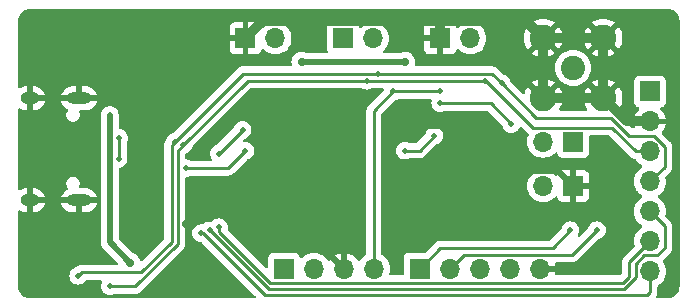
<source format=gbr>
%TF.GenerationSoftware,KiCad,Pcbnew,8.0.6*%
%TF.CreationDate,2025-02-28T22:10:36+01:00*%
%TF.ProjectId,stm8s-target-v1,73746d38-732d-4746-9172-6765742d7631,rev?*%
%TF.SameCoordinates,PX3d09000PY6590fa0*%
%TF.FileFunction,Copper,L2,Bot*%
%TF.FilePolarity,Positive*%
%FSLAX46Y46*%
G04 Gerber Fmt 4.6, Leading zero omitted, Abs format (unit mm)*
G04 Created by KiCad (PCBNEW 8.0.6) date 2025-02-28 22:10:36*
%MOMM*%
%LPD*%
G01*
G04 APERTURE LIST*
%TA.AperFunction,ComponentPad*%
%ADD10R,1.700000X1.700000*%
%TD*%
%TA.AperFunction,ComponentPad*%
%ADD11O,1.700000X1.700000*%
%TD*%
%TA.AperFunction,ComponentPad*%
%ADD12O,2.100000X1.000000*%
%TD*%
%TA.AperFunction,ComponentPad*%
%ADD13O,1.600000X1.000000*%
%TD*%
%TA.AperFunction,ComponentPad*%
%ADD14C,2.050000*%
%TD*%
%TA.AperFunction,ComponentPad*%
%ADD15C,2.250000*%
%TD*%
%TA.AperFunction,ViaPad*%
%ADD16C,0.500000*%
%TD*%
%TA.AperFunction,ViaPad*%
%ADD17C,0.700000*%
%TD*%
%TA.AperFunction,Conductor*%
%ADD18C,0.254000*%
%TD*%
%TA.AperFunction,Conductor*%
%ADD19C,0.818000*%
%TD*%
%TA.AperFunction,Conductor*%
%ADD20C,0.508000*%
%TD*%
G04 APERTURE END LIST*
D10*
%TO.P,J5,1,Pin_1*%
%TO.N,+3V3*%
X23000000Y3000000D03*
D11*
%TO.P,J5,2,Pin_2*%
%TO.N,/SWIM*%
X25540000Y3000000D03*
%TO.P,J5,3,Pin_3*%
%TO.N,GND*%
X28080000Y3000000D03*
%TO.P,J5,4,Pin_4*%
%TO.N,/_RESET*%
X30620000Y3000000D03*
%TD*%
%TO.P,J3,2,Pin_2*%
%TO.N,/RX*%
X30540000Y22500000D03*
D10*
%TO.P,J3,1,Pin_1*%
%TO.N,/TX*%
X28000000Y22500000D03*
%TD*%
%TO.P,J9,1,Pin_1*%
%TO.N,GND*%
X36250000Y22500000D03*
D11*
%TO.P,J9,2,Pin_2*%
%TO.N,Net-(J2-Pin_1)*%
X38790000Y22500000D03*
%TD*%
D10*
%TO.P,J1,1,Pin_1*%
%TO.N,GND*%
X47500000Y10000000D03*
D11*
%TO.P,J1,2,Pin_2*%
%TO.N,/_ISP*%
X44960000Y10000000D03*
%TD*%
D12*
%TO.P,J7,S1,SHIELD*%
%TO.N,GND*%
X5680000Y17430000D03*
D13*
X1500000Y17430000D03*
D12*
X5680000Y8790000D03*
D13*
X1500000Y8790000D03*
%TD*%
D10*
%TO.P,J4,1,Pin_1*%
%TO.N,+3V3*%
X54000000Y18000000D03*
D11*
%TO.P,J4,2,Pin_2*%
%TO.N,GND*%
X54000000Y15460000D03*
%TO.P,J4,3,Pin_3*%
%TO.N,/TX*%
X54000000Y12920000D03*
%TO.P,J4,4,Pin_4*%
%TO.N,/RX*%
X54000000Y10380000D03*
%TO.P,J4,5,Pin_5*%
%TO.N,/_RTS*%
X54000000Y7840000D03*
%TO.P,J4,6,Pin_6*%
%TO.N,/_DTR*%
X54000000Y5300000D03*
%TO.P,J4,7,Pin_7*%
%TO.N,/_CTS*%
X54000000Y2760000D03*
%TD*%
D10*
%TO.P,J2,1,Pin_1*%
%TO.N,Net-(J2-Pin_1)*%
X47500000Y13750000D03*
D11*
%TO.P,J2,2,Pin_2*%
%TO.N,Net-(J2-Pin_2)*%
X44960000Y13750000D03*
%TD*%
D14*
%TO.P,J8,1,In*%
%TO.N,Net-(J2-Pin_1)*%
X47500000Y20000000D03*
D15*
%TO.P,J8,2,Ext*%
%TO.N,GND*%
X44960000Y22540000D03*
X44960000Y17460000D03*
X50040000Y22540000D03*
X50040000Y17460000D03*
%TD*%
D10*
%TO.P,J6,1,Pin_1*%
%TO.N,/GPIO1*%
X34500000Y3000000D03*
D11*
%TO.P,J6,2,Pin_2*%
%TO.N,/GPIO2*%
X37040000Y3000000D03*
%TO.P,J6,3,Pin_3*%
%TO.N,/GPIO3*%
X39580000Y3000000D03*
%TO.P,J6,4,Pin_4*%
%TO.N,/GPIO4*%
X42120000Y3000000D03*
%TO.P,J6,5,Pin_5*%
%TO.N,GND*%
X44660000Y3000000D03*
%TD*%
D10*
%TO.P,J10,1,Pin_1*%
%TO.N,GND*%
X19750000Y22500000D03*
D11*
%TO.P,J10,2,Pin_2*%
%TO.N,Net-(D8-K)*%
X22290000Y22500000D03*
%TD*%
D16*
%TO.N,GND*%
X19250000Y9250000D03*
X39750000Y8250000D03*
X33500000Y14500000D03*
%TO.N,/RX*%
X31000000Y19500000D03*
%TO.N,/TX*%
X30000000Y18923000D03*
D17*
%TO.N,+3V3*%
X33250000Y20500000D03*
%TO.N,GND*%
X15250000Y20500000D03*
D16*
%TO.N,/_DTR*%
X19500000Y14750000D03*
D17*
%TO.N,GND*%
X14750000Y6750000D03*
D16*
X36500000Y15000000D03*
D17*
X24000000Y9750000D03*
D16*
%TO.N,+5V*%
X8250000Y16000000D03*
D17*
X10000000Y3500000D03*
D16*
X8250000Y10750000D03*
D17*
%TO.N,+3V3*%
X24500000Y20500000D03*
D16*
%TO.N,/TX*%
X14500000Y13500000D03*
X8250000Y1500000D03*
X40000000Y18923000D03*
%TO.N,/RX*%
X13750000Y13750000D03*
X5600000Y2400000D03*
X41437500Y18687500D03*
%TO.N,/_DTR*%
X17500000Y6500000D03*
X17500000Y12750000D03*
%TO.N,/_RTS*%
X14750000Y11500000D03*
X19750000Y13000000D03*
X16750000Y6250000D03*
%TO.N,/_CTS*%
X16000000Y6000000D03*
%TO.N,/_ISP*%
X33250000Y13000000D03*
X35750000Y14250000D03*
%TO.N,/_RESET*%
X36250000Y18000000D03*
X32250000Y18000000D03*
%TO.N,/Dp*%
X9050000Y14050000D03*
X9000000Y12300000D03*
%TO.N,Net-(J2-Pin_1)*%
X36250000Y17000000D03*
X42250000Y15250000D03*
%TO.N,/GPIO1*%
X47250000Y6250000D03*
%TO.N,/GPIO2*%
X49500000Y6250000D03*
%TD*%
D18*
%TO.N,GND*%
X33500000Y14500000D02*
X34000000Y15000000D01*
X34000000Y15000000D02*
X36500000Y15000000D01*
%TO.N,/RX*%
X31000000Y19500000D02*
X40625000Y19500000D01*
%TO.N,/TX*%
X30000000Y18923000D02*
X34750000Y18923000D01*
D19*
%TO.N,GND*%
X36250000Y23999000D02*
X21249000Y23999000D01*
X43501000Y23999000D02*
X36250000Y23999000D01*
X36250000Y23999000D02*
X36250000Y22500000D01*
X44960000Y22540000D02*
X43501000Y23999000D01*
X21249000Y23999000D02*
X19750000Y22500000D01*
D20*
X15250000Y20500000D02*
X15500000Y20500000D01*
X15500000Y20500000D02*
X17500000Y22500000D01*
X17500000Y22500000D02*
X19750000Y22500000D01*
X1500000Y8790000D02*
X5680000Y8790000D01*
X1500000Y17430000D02*
X1500000Y8790000D01*
X24000000Y7080000D02*
X28080000Y3000000D01*
D19*
X44960000Y17460000D02*
X44960000Y22540000D01*
D20*
X24000000Y7580000D02*
X24000000Y9750000D01*
D19*
X52040000Y15460000D02*
X54000000Y15460000D01*
D20*
X46196000Y11304000D02*
X47500000Y10000000D01*
X24000000Y7580000D02*
X24000000Y7080000D01*
D19*
X50040000Y22540000D02*
X44960000Y22540000D01*
X50040000Y22540000D02*
X50040000Y17460000D01*
X50040000Y17460000D02*
X52040000Y15460000D01*
D20*
X6710000Y8790000D02*
X5680000Y8790000D01*
X14750000Y6750000D02*
X15580000Y7580000D01*
X5680000Y17430000D02*
X1500000Y17430000D01*
X40196000Y11304000D02*
X46196000Y11304000D01*
X36500000Y15000000D02*
X40196000Y11304000D01*
D19*
X50040000Y17460000D02*
X44960000Y17460000D01*
D20*
X15580000Y7580000D02*
X24000000Y7580000D01*
%TO.N,+5V*%
X8250000Y10750000D02*
X8250000Y5250000D01*
X8250000Y16000000D02*
X8250000Y10750000D01*
X8250000Y5250000D02*
X10000000Y3500000D01*
%TO.N,+3V3*%
X24500000Y20500000D02*
X33250000Y20500000D01*
D18*
%TO.N,/TX*%
X14000000Y5100000D02*
X14000000Y13000000D01*
X40000000Y18923000D02*
X40077000Y18923000D01*
X50790919Y14927000D02*
X52797919Y12920000D01*
X14500000Y13500000D02*
X19923000Y18923000D01*
X40077000Y18923000D02*
X44073000Y14927000D01*
X8250000Y1500000D02*
X10400000Y1500000D01*
X34750000Y18923000D02*
X40000000Y18923000D01*
X44073000Y14927000D02*
X50790919Y14927000D01*
X19923000Y18923000D02*
X30000000Y18923000D01*
X10400000Y1500000D02*
X14000000Y5100000D01*
X14000000Y13000000D02*
X14500000Y13500000D01*
X52797919Y12920000D02*
X54000000Y12920000D01*
%TO.N,/RX*%
X40625000Y19500000D02*
X41437500Y18687500D01*
X5600000Y2400000D02*
X5877000Y2677000D01*
X10934948Y2677000D02*
X13500000Y5242052D01*
X41437500Y18687500D02*
X44375000Y15750000D01*
X55250000Y13334530D02*
X55250000Y11630000D01*
X54130000Y10380000D02*
X54000000Y10380000D01*
X13500000Y13500000D02*
X13750000Y13750000D01*
X13500000Y5242052D02*
X13500000Y13500000D01*
X44375000Y15750000D02*
X50709138Y15750000D01*
X5877000Y2677000D02*
X10934948Y2677000D01*
X19500000Y19500000D02*
X31000000Y19500000D01*
X13750000Y13750000D02*
X19500000Y19500000D01*
X52209138Y14250000D02*
X54334530Y14250000D01*
X54334530Y14250000D02*
X55250000Y13334530D01*
X50709138Y15750000D02*
X52209138Y14250000D01*
X55250000Y11630000D02*
X54000000Y10380000D01*
%TO.N,/_DTR*%
X51750001Y1823000D02*
X52250000Y2322999D01*
X52250000Y3550000D02*
X54000000Y5300000D01*
X17500000Y6146000D02*
X17500000Y6500000D01*
X21823000Y1823000D02*
X17500000Y6146000D01*
X22427000Y1823000D02*
X51750001Y1823000D01*
X22427000Y1823000D02*
X21823000Y1823000D01*
X52250000Y2322999D02*
X52250000Y3550000D01*
X17500000Y12750000D02*
X19500000Y14750000D01*
%TO.N,/_RTS*%
X21753947Y1250000D02*
X16753947Y6250000D01*
X52823000Y2253947D02*
X52823000Y3433530D01*
X16753947Y6250000D02*
X16750000Y6250000D01*
X53512470Y4123000D02*
X54623000Y4123000D01*
X18250000Y11500000D02*
X14750000Y11500000D01*
X54623000Y4123000D02*
X55250000Y4750000D01*
X22250000Y1250000D02*
X51819053Y1250000D01*
X51819053Y1250000D02*
X52823000Y2253947D01*
X55250000Y6590000D02*
X54000000Y7840000D01*
X19750000Y13000000D02*
X18250000Y11500000D01*
X55250000Y4750000D02*
X55250000Y6590000D01*
X52823000Y3433530D02*
X53512470Y4123000D01*
X22250000Y1250000D02*
X21753947Y1250000D01*
%TO.N,/_CTS*%
X21933998Y750000D02*
X21433998Y750000D01*
X53750000Y750000D02*
X54000000Y1000000D01*
X54000000Y1000000D02*
X54000000Y2760000D01*
X16183998Y6000000D02*
X16000000Y6000000D01*
X21933998Y750000D02*
X53750000Y750000D01*
X21433998Y750000D02*
X16183998Y6000000D01*
%TO.N,/_ISP*%
X34500000Y13000000D02*
X33250000Y13000000D01*
X35750000Y14250000D02*
X34500000Y13000000D01*
%TO.N,/_RESET*%
X32250000Y18000000D02*
X30620000Y16370000D01*
X36250000Y18000000D02*
X32250000Y18000000D01*
X30620000Y16370000D02*
X30620000Y3000000D01*
%TO.N,/Dp*%
X9050000Y12350000D02*
X9000000Y12300000D01*
X9050000Y14050000D02*
X9050000Y12350000D01*
%TO.N,Net-(J2-Pin_1)*%
X40500000Y17000000D02*
X36250000Y17000000D01*
X42250000Y15250000D02*
X40500000Y17000000D01*
%TO.N,/GPIO1*%
X45750000Y4750000D02*
X47250000Y6250000D01*
X36250000Y4750000D02*
X45750000Y4750000D01*
X34500000Y3000000D02*
X36250000Y4750000D01*
%TO.N,/GPIO2*%
X47427000Y4177000D02*
X49500000Y6250000D01*
X38217000Y4177000D02*
X47427000Y4177000D01*
X37040000Y3000000D02*
X38217000Y4177000D01*
%TD*%
%TA.AperFunction,Conductor*%
%TO.N,GND*%
G36*
X55505394Y24999028D02*
G01*
X55535721Y24996375D01*
X55662755Y24985261D01*
X55684035Y24981509D01*
X55801188Y24950118D01*
X55831369Y24942031D01*
X55851681Y24934638D01*
X55989915Y24870178D01*
X56008633Y24859371D01*
X56133582Y24771881D01*
X56150140Y24757987D01*
X56257986Y24650141D01*
X56271880Y24633583D01*
X56359370Y24508634D01*
X56370177Y24489916D01*
X56434637Y24351682D01*
X56442030Y24331370D01*
X56481507Y24184039D01*
X56485260Y24162754D01*
X56499028Y24005395D01*
X56499500Y23994587D01*
X56499500Y1505414D01*
X56499028Y1494606D01*
X56485260Y1337247D01*
X56481507Y1315962D01*
X56442030Y1168631D01*
X56434637Y1148319D01*
X56370177Y1010085D01*
X56359370Y991367D01*
X56271880Y866418D01*
X56257986Y849860D01*
X56150140Y742014D01*
X56133582Y728120D01*
X56008633Y640630D01*
X55989915Y629823D01*
X55851681Y565363D01*
X55831369Y557970D01*
X55684038Y518493D01*
X55662753Y514740D01*
X55505395Y500972D01*
X55494587Y500500D01*
X54652921Y500500D01*
X54585882Y520185D01*
X54540127Y572989D01*
X54530183Y642147D01*
X54549818Y693390D01*
X54556080Y702763D01*
X54556083Y702767D01*
X54603385Y816965D01*
X54627500Y938196D01*
X54627500Y1061803D01*
X54627500Y1486174D01*
X54647185Y1553213D01*
X54680375Y1587748D01*
X54871401Y1721505D01*
X55038495Y1888599D01*
X55174035Y2082170D01*
X55273903Y2296337D01*
X55335063Y2524592D01*
X55355659Y2760000D01*
X55355553Y2761206D01*
X55350192Y2822489D01*
X55335063Y2995408D01*
X55273903Y3223663D01*
X55174035Y3437829D01*
X55090070Y3557744D01*
X55067744Y3623947D01*
X55084754Y3691715D01*
X55103972Y3716553D01*
X55110418Y3722998D01*
X55737406Y4349987D01*
X55737411Y4349992D01*
X55744121Y4360034D01*
X55762018Y4386819D01*
X55806083Y4452767D01*
X55819937Y4486216D01*
X55853386Y4566965D01*
X55877500Y4688197D01*
X55877500Y4811803D01*
X55877500Y6651803D01*
X55875783Y6660434D01*
X55875783Y6660437D01*
X55853387Y6773029D01*
X55853386Y6773035D01*
X55819937Y6853785D01*
X55806083Y6887233D01*
X55737414Y6990004D01*
X55737413Y6990006D01*
X55699579Y7027840D01*
X55650008Y7077411D01*
X55340835Y7386584D01*
X55307350Y7447907D01*
X55308741Y7506359D01*
X55335063Y7604592D01*
X55355659Y7840000D01*
X55335063Y8075408D01*
X55273903Y8303663D01*
X55174035Y8517829D01*
X55081489Y8650000D01*
X55038494Y8711403D01*
X54871402Y8878494D01*
X54871396Y8878499D01*
X54685842Y9008425D01*
X54642217Y9063002D01*
X54635023Y9132500D01*
X54666546Y9194855D01*
X54685842Y9211575D01*
X54760244Y9263672D01*
X54871401Y9341505D01*
X55038495Y9508599D01*
X55174035Y9702170D01*
X55273903Y9916337D01*
X55335063Y10144592D01*
X55355659Y10380000D01*
X55335063Y10615408D01*
X55308741Y10713643D01*
X55310404Y10783492D01*
X55340835Y10833417D01*
X55520005Y11012586D01*
X55737411Y11229992D01*
X55752136Y11252031D01*
X55795523Y11316962D01*
X55795524Y11316964D01*
X55806080Y11332763D01*
X55806083Y11332767D01*
X55840352Y11415500D01*
X55853386Y11446965D01*
X55877500Y11568197D01*
X55877500Y11691803D01*
X55877500Y13396333D01*
X55877500Y13396336D01*
X55853386Y13517560D01*
X55853385Y13517561D01*
X55853385Y13517565D01*
X55831855Y13569544D01*
X55806086Y13631757D01*
X55806079Y13631770D01*
X55737412Y13734537D01*
X55710341Y13761608D01*
X55650008Y13821941D01*
X55047697Y14424252D01*
X55014212Y14485575D01*
X55019196Y14555267D01*
X55035874Y14583878D01*
X55035004Y14584487D01*
X55173600Y14782422D01*
X55273429Y14996508D01*
X55273432Y14996514D01*
X55330636Y15210000D01*
X54433012Y15210000D01*
X54465925Y15267007D01*
X54500000Y15394174D01*
X54500000Y15525826D01*
X54465925Y15652993D01*
X54433012Y15710000D01*
X55330636Y15710000D01*
X55330635Y15710001D01*
X55273432Y15923487D01*
X55273429Y15923493D01*
X55173600Y16137578D01*
X55173599Y16137580D01*
X55038113Y16331074D01*
X55038108Y16331080D01*
X54916053Y16453135D01*
X54882568Y16514458D01*
X54887552Y16584150D01*
X54929424Y16640083D01*
X54960400Y16656998D01*
X55092331Y16706204D01*
X55207546Y16792454D01*
X55293796Y16907669D01*
X55344091Y17042517D01*
X55350500Y17102127D01*
X55350499Y18897872D01*
X55344091Y18957483D01*
X55293796Y19092331D01*
X55293795Y19092332D01*
X55293793Y19092336D01*
X55207547Y19207545D01*
X55207544Y19207548D01*
X55092335Y19293794D01*
X55092328Y19293798D01*
X54957482Y19344092D01*
X54957483Y19344092D01*
X54897883Y19350499D01*
X54897881Y19350500D01*
X54897873Y19350500D01*
X54897864Y19350500D01*
X53102129Y19350500D01*
X53102123Y19350499D01*
X53042516Y19344092D01*
X52907671Y19293798D01*
X52907664Y19293794D01*
X52792455Y19207548D01*
X52792452Y19207545D01*
X52706206Y19092336D01*
X52706202Y19092329D01*
X52655908Y18957483D01*
X52651661Y18917974D01*
X52649501Y18897877D01*
X52649500Y18897865D01*
X52649500Y17102130D01*
X52649501Y17102124D01*
X52655908Y17042517D01*
X52706202Y16907672D01*
X52706206Y16907665D01*
X52792452Y16792456D01*
X52792455Y16792453D01*
X52907664Y16706207D01*
X52907671Y16706203D01*
X52907674Y16706202D01*
X53039598Y16656998D01*
X53095531Y16615127D01*
X53119949Y16549663D01*
X53105098Y16481390D01*
X53083947Y16453135D01*
X52961886Y16331074D01*
X52826400Y16137580D01*
X52826399Y16137578D01*
X52726570Y15923493D01*
X52726567Y15923487D01*
X52669364Y15710001D01*
X52669364Y15710000D01*
X53566988Y15710000D01*
X53534075Y15652993D01*
X53500000Y15525826D01*
X53500000Y15394174D01*
X53534075Y15267007D01*
X53566988Y15210000D01*
X52669364Y15210000D01*
X52716632Y15033594D01*
X52714969Y14963744D01*
X52675807Y14905881D01*
X52611578Y14878377D01*
X52596857Y14877500D01*
X52520419Y14877500D01*
X52453380Y14897185D01*
X52432738Y14913819D01*
X51109149Y16237409D01*
X51109144Y16237413D01*
X51069822Y16263686D01*
X51069821Y16263687D01*
X51006376Y16306080D01*
X51006364Y16306087D01*
X50954208Y16327690D01*
X50892173Y16353386D01*
X50892165Y16353388D01*
X50805342Y16370658D01*
X50743431Y16403042D01*
X50741852Y16404594D01*
X50440561Y16705885D01*
X50442626Y16706740D01*
X50581844Y16799762D01*
X50700238Y16918156D01*
X50793260Y17057374D01*
X50794114Y17059439D01*
X51355464Y16498089D01*
X51355466Y16498089D01*
X51358713Y16501890D01*
X51358724Y16501905D01*
X51492363Y16719985D01*
X51492365Y16719988D01*
X51590247Y16956298D01*
X51649957Y17205011D01*
X51670024Y17460000D01*
X51649957Y17714990D01*
X51590247Y17963703D01*
X51492365Y18200013D01*
X51492363Y18200016D01*
X51358719Y18418103D01*
X51355465Y18421913D01*
X50794114Y17860563D01*
X50793260Y17862626D01*
X50700238Y18001844D01*
X50581844Y18120238D01*
X50442626Y18213260D01*
X50440561Y18214116D01*
X51001912Y18775467D01*
X50998107Y18778716D01*
X50998098Y18778723D01*
X50780015Y18912364D01*
X50780012Y18912366D01*
X50543702Y19010248D01*
X50294988Y19069958D01*
X50294989Y19069958D01*
X50040000Y19090025D01*
X49785010Y19069958D01*
X49536297Y19010248D01*
X49299987Y18912366D01*
X49299984Y18912364D01*
X49081893Y18778718D01*
X49078086Y18775468D01*
X49639438Y18214116D01*
X49637374Y18213260D01*
X49498156Y18120238D01*
X49379762Y18001844D01*
X49286740Y17862626D01*
X49285884Y17860562D01*
X48724532Y18421914D01*
X48721282Y18418107D01*
X48587636Y18200016D01*
X48587634Y18200013D01*
X48489752Y17963703D01*
X48430042Y17714990D01*
X48409975Y17460000D01*
X48430042Y17205011D01*
X48489752Y16956298D01*
X48587634Y16719988D01*
X48587636Y16719985D01*
X48681820Y16566290D01*
X48700065Y16498844D01*
X48678949Y16432241D01*
X48625177Y16387628D01*
X48576093Y16377500D01*
X46423907Y16377500D01*
X46356868Y16397185D01*
X46311113Y16449989D01*
X46301169Y16519147D01*
X46318180Y16566290D01*
X46412363Y16719985D01*
X46412365Y16719988D01*
X46510247Y16956298D01*
X46569957Y17205011D01*
X46590024Y17460000D01*
X46569957Y17714990D01*
X46510247Y17963703D01*
X46412365Y18200013D01*
X46412363Y18200016D01*
X46278719Y18418103D01*
X46275465Y18421913D01*
X45714114Y17860563D01*
X45713260Y17862626D01*
X45620238Y18001844D01*
X45501844Y18120238D01*
X45362626Y18213260D01*
X45360561Y18214116D01*
X45921912Y18775467D01*
X45918107Y18778716D01*
X45918098Y18778723D01*
X45700015Y18912364D01*
X45700012Y18912366D01*
X45463702Y19010248D01*
X45214988Y19069958D01*
X45214989Y19069958D01*
X44960000Y19090025D01*
X44705010Y19069958D01*
X44456297Y19010248D01*
X44219987Y18912366D01*
X44219984Y18912364D01*
X44001893Y18778718D01*
X43998086Y18775468D01*
X44559438Y18214116D01*
X44557374Y18213260D01*
X44418156Y18120238D01*
X44299762Y18001844D01*
X44206740Y17862626D01*
X44205884Y17860562D01*
X43644532Y18421914D01*
X43641282Y18418107D01*
X43507636Y18200016D01*
X43507634Y18200013D01*
X43409753Y17963704D01*
X43391545Y17887862D01*
X43356754Y17827270D01*
X43294727Y17795107D01*
X43225158Y17801583D01*
X43183290Y17829129D01*
X42202951Y18809468D01*
X42173590Y18856195D01*
X42159009Y18897865D01*
X42117956Y19015190D01*
X42117955Y19015192D01*
X42117952Y19015198D01*
X42027981Y19158385D01*
X42027976Y19158391D01*
X41908390Y19277977D01*
X41908384Y19277982D01*
X41765197Y19367953D01*
X41765191Y19367956D01*
X41696087Y19392136D01*
X41606193Y19423592D01*
X41559468Y19452951D01*
X41025013Y19987407D01*
X41025007Y19987412D01*
X41006166Y20000001D01*
X41006165Y20000002D01*
X45969783Y20000002D01*
X45988623Y19760618D01*
X46044674Y19527147D01*
X46044678Y19527135D01*
X46136565Y19305298D01*
X46262026Y19100564D01*
X46262028Y19100561D01*
X46417973Y18917973D01*
X46600561Y18762028D01*
X46600563Y18762027D01*
X46805297Y18636566D01*
X46902047Y18596492D01*
X47027137Y18544677D01*
X47260621Y18488623D01*
X47500000Y18469783D01*
X47739379Y18488623D01*
X47972863Y18544677D01*
X48194704Y18636567D01*
X48399439Y18762028D01*
X48582027Y18917973D01*
X48737972Y19100561D01*
X48863433Y19305296D01*
X48955323Y19527137D01*
X49011377Y19760621D01*
X49030217Y20000000D01*
X49011377Y20239379D01*
X48955323Y20472863D01*
X48870434Y20677803D01*
X48863434Y20694703D01*
X48737973Y20899437D01*
X48737972Y20899439D01*
X48582027Y21082027D01*
X48399439Y21237972D01*
X48395131Y21240612D01*
X48194702Y21363435D01*
X47972865Y21455322D01*
X47972867Y21455322D01*
X47972863Y21455323D01*
X47972859Y21455324D01*
X47972853Y21455326D01*
X47739382Y21511377D01*
X47500000Y21530217D01*
X47260617Y21511377D01*
X47027146Y21455326D01*
X47027134Y21455322D01*
X46805297Y21363435D01*
X46600563Y21237974D01*
X46417973Y21082027D01*
X46262026Y20899437D01*
X46136565Y20694703D01*
X46044678Y20472866D01*
X46044674Y20472854D01*
X45988623Y20239383D01*
X45969783Y20000002D01*
X41006165Y20000002D01*
X40922239Y20056080D01*
X40922226Y20056087D01*
X40888785Y20069938D01*
X40808035Y20103386D01*
X40808027Y20103388D01*
X40686807Y20127500D01*
X40686803Y20127500D01*
X34193907Y20127500D01*
X34126868Y20147185D01*
X34081113Y20199989D01*
X34071169Y20269147D01*
X34075974Y20289812D01*
X34086497Y20322197D01*
X34105185Y20500000D01*
X34086497Y20677803D01*
X34031250Y20847835D01*
X33941859Y21002665D01*
X33870401Y21082027D01*
X33822235Y21135522D01*
X33822232Y21135524D01*
X33822231Y21135525D01*
X33822230Y21135526D01*
X33677593Y21240612D01*
X33514267Y21313329D01*
X33514265Y21313330D01*
X33386594Y21340467D01*
X33339391Y21350500D01*
X33160609Y21350500D01*
X33129954Y21343985D01*
X32985733Y21313330D01*
X32877678Y21265220D01*
X32827243Y21254500D01*
X31503758Y21254500D01*
X31436719Y21274185D01*
X31390964Y21326989D01*
X31381020Y21396147D01*
X31410045Y21459703D01*
X31416077Y21466181D01*
X31492524Y21542628D01*
X31578495Y21628599D01*
X31714035Y21822170D01*
X31813903Y22036337D01*
X31875063Y22264592D01*
X31895659Y22500000D01*
X31875063Y22735408D01*
X31813903Y22963663D01*
X31714035Y23177829D01*
X31698345Y23200238D01*
X31578494Y23371403D01*
X31552052Y23397845D01*
X34900000Y23397845D01*
X34900000Y22750000D01*
X35816988Y22750000D01*
X35784075Y22692993D01*
X35750000Y22565826D01*
X35750000Y22434174D01*
X35784075Y22307007D01*
X35816988Y22250000D01*
X34900000Y22250000D01*
X34900000Y21602156D01*
X34906401Y21542628D01*
X34906403Y21542621D01*
X34956645Y21407914D01*
X34956649Y21407907D01*
X35042809Y21292813D01*
X35042812Y21292810D01*
X35157906Y21206650D01*
X35157913Y21206646D01*
X35292620Y21156404D01*
X35292627Y21156402D01*
X35352155Y21150001D01*
X35352172Y21150000D01*
X36000000Y21150000D01*
X36000000Y22066988D01*
X36057007Y22034075D01*
X36184174Y22000000D01*
X36315826Y22000000D01*
X36442993Y22034075D01*
X36500000Y22066988D01*
X36500000Y21150000D01*
X37147828Y21150000D01*
X37147844Y21150001D01*
X37207372Y21156402D01*
X37207379Y21156404D01*
X37342086Y21206646D01*
X37342093Y21206650D01*
X37457187Y21292810D01*
X37457190Y21292813D01*
X37543350Y21407907D01*
X37543354Y21407914D01*
X37592422Y21539471D01*
X37634293Y21595405D01*
X37699757Y21619822D01*
X37768030Y21604970D01*
X37796285Y21583819D01*
X37918599Y21461505D01*
X37995135Y21407914D01*
X38112165Y21325968D01*
X38112167Y21325967D01*
X38112170Y21325965D01*
X38326337Y21226097D01*
X38326343Y21226096D01*
X38326344Y21226095D01*
X38344329Y21221276D01*
X38554592Y21164937D01*
X38725319Y21150000D01*
X38789999Y21144341D01*
X38790000Y21144341D01*
X38790001Y21144341D01*
X38854681Y21150000D01*
X39025408Y21164937D01*
X39253663Y21226097D01*
X39467830Y21325965D01*
X39661401Y21461505D01*
X39828495Y21628599D01*
X39964035Y21822170D01*
X40063903Y22036337D01*
X40125063Y22264592D01*
X40145659Y22500000D01*
X40142159Y22540000D01*
X43329975Y22540000D01*
X43350042Y22285011D01*
X43409752Y22036298D01*
X43507634Y21799988D01*
X43507636Y21799985D01*
X43641277Y21581902D01*
X43641284Y21581893D01*
X43644533Y21578088D01*
X44205884Y22139440D01*
X44206740Y22137374D01*
X44299762Y21998156D01*
X44418156Y21879762D01*
X44557374Y21786740D01*
X44559437Y21785886D01*
X43998087Y21224535D01*
X44001897Y21221281D01*
X44219984Y21087637D01*
X44219987Y21087635D01*
X44456297Y20989753D01*
X44705011Y20930043D01*
X44705010Y20930043D01*
X44960000Y20909976D01*
X45214989Y20930043D01*
X45463702Y20989753D01*
X45700012Y21087635D01*
X45700015Y21087637D01*
X45918095Y21221276D01*
X45918110Y21221287D01*
X45921911Y21224534D01*
X45921911Y21224536D01*
X45360562Y21785886D01*
X45362626Y21786740D01*
X45501844Y21879762D01*
X45620238Y21998156D01*
X45713260Y22137374D01*
X45714114Y22139439D01*
X46275464Y21578089D01*
X46275466Y21578089D01*
X46278713Y21581890D01*
X46278724Y21581905D01*
X46412363Y21799985D01*
X46412365Y21799988D01*
X46510247Y22036298D01*
X46569957Y22285011D01*
X46590024Y22540000D01*
X48409975Y22540000D01*
X48430042Y22285011D01*
X48489752Y22036298D01*
X48587634Y21799988D01*
X48587636Y21799985D01*
X48721277Y21581902D01*
X48721284Y21581893D01*
X48724533Y21578088D01*
X49285884Y22139440D01*
X49286740Y22137374D01*
X49379762Y21998156D01*
X49498156Y21879762D01*
X49637374Y21786740D01*
X49639437Y21785886D01*
X49078087Y21224535D01*
X49081897Y21221281D01*
X49299984Y21087637D01*
X49299987Y21087635D01*
X49536297Y20989753D01*
X49785011Y20930043D01*
X49785010Y20930043D01*
X50040000Y20909976D01*
X50294989Y20930043D01*
X50543702Y20989753D01*
X50780012Y21087635D01*
X50780015Y21087637D01*
X50998095Y21221276D01*
X50998110Y21221287D01*
X51001911Y21224534D01*
X51001911Y21224536D01*
X50440562Y21785886D01*
X50442626Y21786740D01*
X50581844Y21879762D01*
X50700238Y21998156D01*
X50793260Y22137374D01*
X50794114Y22139439D01*
X51355464Y21578089D01*
X51355466Y21578089D01*
X51358713Y21581890D01*
X51358724Y21581905D01*
X51492363Y21799985D01*
X51492365Y21799988D01*
X51590247Y22036298D01*
X51649957Y22285011D01*
X51670024Y22540000D01*
X51649957Y22794990D01*
X51590247Y23043703D01*
X51492365Y23280013D01*
X51492363Y23280016D01*
X51358719Y23498103D01*
X51355465Y23501913D01*
X50794114Y22940563D01*
X50793260Y22942626D01*
X50700238Y23081844D01*
X50581844Y23200238D01*
X50442626Y23293260D01*
X50440561Y23294116D01*
X51001912Y23855467D01*
X50998107Y23858716D01*
X50998098Y23858723D01*
X50780015Y23992364D01*
X50780012Y23992366D01*
X50543702Y24090248D01*
X50294988Y24149958D01*
X50294989Y24149958D01*
X50040000Y24170025D01*
X49785010Y24149958D01*
X49536297Y24090248D01*
X49299987Y23992366D01*
X49299984Y23992364D01*
X49081893Y23858718D01*
X49078086Y23855468D01*
X49639438Y23294116D01*
X49637374Y23293260D01*
X49498156Y23200238D01*
X49379762Y23081844D01*
X49286740Y22942626D01*
X49285884Y22940562D01*
X48724532Y23501914D01*
X48721282Y23498107D01*
X48587636Y23280016D01*
X48587634Y23280013D01*
X48489752Y23043703D01*
X48430042Y22794990D01*
X48409975Y22540000D01*
X46590024Y22540000D01*
X46569957Y22794990D01*
X46510247Y23043703D01*
X46412365Y23280013D01*
X46412363Y23280016D01*
X46278719Y23498103D01*
X46275465Y23501913D01*
X45714114Y22940563D01*
X45713260Y22942626D01*
X45620238Y23081844D01*
X45501844Y23200238D01*
X45362626Y23293260D01*
X45360561Y23294116D01*
X45921912Y23855467D01*
X45918107Y23858716D01*
X45918098Y23858723D01*
X45700015Y23992364D01*
X45700012Y23992366D01*
X45463702Y24090248D01*
X45214988Y24149958D01*
X45214989Y24149958D01*
X44960000Y24170025D01*
X44705010Y24149958D01*
X44456297Y24090248D01*
X44219987Y23992366D01*
X44219984Y23992364D01*
X44001893Y23858718D01*
X43998086Y23855468D01*
X44559438Y23294116D01*
X44557374Y23293260D01*
X44418156Y23200238D01*
X44299762Y23081844D01*
X44206740Y22942626D01*
X44205884Y22940562D01*
X43644532Y23501914D01*
X43641282Y23498107D01*
X43507636Y23280016D01*
X43507634Y23280013D01*
X43409752Y23043703D01*
X43350042Y22794990D01*
X43329975Y22540000D01*
X40142159Y22540000D01*
X40125063Y22735408D01*
X40063903Y22963663D01*
X39964035Y23177829D01*
X39948345Y23200238D01*
X39828494Y23371403D01*
X39661402Y23538494D01*
X39661395Y23538499D01*
X39467834Y23674033D01*
X39467830Y23674035D01*
X39396727Y23707191D01*
X39253663Y23773903D01*
X39253659Y23773904D01*
X39253655Y23773906D01*
X39025413Y23835062D01*
X39025403Y23835064D01*
X38790001Y23855659D01*
X38789999Y23855659D01*
X38554596Y23835064D01*
X38554586Y23835062D01*
X38326344Y23773906D01*
X38326335Y23773902D01*
X38112171Y23674036D01*
X38112169Y23674035D01*
X37918600Y23538497D01*
X37796284Y23416181D01*
X37734961Y23382697D01*
X37665269Y23387681D01*
X37609336Y23429553D01*
X37592421Y23460530D01*
X37543354Y23592087D01*
X37543350Y23592094D01*
X37457190Y23707188D01*
X37457187Y23707191D01*
X37342093Y23793351D01*
X37342086Y23793355D01*
X37207379Y23843597D01*
X37207372Y23843599D01*
X37147844Y23850000D01*
X36500000Y23850000D01*
X36500000Y22933012D01*
X36442993Y22965925D01*
X36315826Y23000000D01*
X36184174Y23000000D01*
X36057007Y22965925D01*
X36000000Y22933012D01*
X36000000Y23850000D01*
X35352155Y23850000D01*
X35292627Y23843599D01*
X35292620Y23843597D01*
X35157913Y23793355D01*
X35157906Y23793351D01*
X35042812Y23707191D01*
X35042809Y23707188D01*
X34956649Y23592094D01*
X34956645Y23592087D01*
X34906403Y23457380D01*
X34906401Y23457373D01*
X34900000Y23397845D01*
X31552052Y23397845D01*
X31411402Y23538494D01*
X31411395Y23538499D01*
X31217834Y23674033D01*
X31217830Y23674035D01*
X31146727Y23707191D01*
X31003663Y23773903D01*
X31003659Y23773904D01*
X31003655Y23773906D01*
X30775413Y23835062D01*
X30775403Y23835064D01*
X30540001Y23855659D01*
X30539999Y23855659D01*
X30304596Y23835064D01*
X30304586Y23835062D01*
X30076344Y23773906D01*
X30076335Y23773902D01*
X29862171Y23674036D01*
X29862169Y23674035D01*
X29668600Y23538497D01*
X29546673Y23416570D01*
X29485350Y23383086D01*
X29415658Y23388070D01*
X29359725Y23429942D01*
X29342810Y23460919D01*
X29293797Y23592329D01*
X29293793Y23592336D01*
X29207547Y23707545D01*
X29207544Y23707548D01*
X29092335Y23793794D01*
X29092328Y23793798D01*
X28957482Y23844092D01*
X28957483Y23844092D01*
X28897883Y23850499D01*
X28897881Y23850500D01*
X28897873Y23850500D01*
X28897864Y23850500D01*
X27102129Y23850500D01*
X27102123Y23850499D01*
X27042516Y23844092D01*
X26907671Y23793798D01*
X26907664Y23793794D01*
X26792455Y23707548D01*
X26792452Y23707545D01*
X26706206Y23592336D01*
X26706202Y23592329D01*
X26655908Y23457483D01*
X26649501Y23397884D01*
X26649500Y23397865D01*
X26649500Y21602130D01*
X26649501Y21602124D01*
X26655908Y21542517D01*
X26700921Y21421833D01*
X26705905Y21352141D01*
X26672420Y21290818D01*
X26611097Y21257334D01*
X26584739Y21254500D01*
X24922757Y21254500D01*
X24872322Y21265220D01*
X24852186Y21274185D01*
X24764267Y21313329D01*
X24764265Y21313330D01*
X24636594Y21340467D01*
X24589391Y21350500D01*
X24410609Y21350500D01*
X24379954Y21343985D01*
X24235733Y21313330D01*
X24235728Y21313328D01*
X24072408Y21240613D01*
X23927768Y21135525D01*
X23808140Y21002664D01*
X23718750Y20847836D01*
X23718747Y20847830D01*
X23663504Y20677808D01*
X23663503Y20677806D01*
X23663503Y20677803D01*
X23644815Y20500000D01*
X23663503Y20322197D01*
X23674024Y20289817D01*
X23676020Y20219978D01*
X23639940Y20160145D01*
X23577239Y20129316D01*
X23556093Y20127500D01*
X19438192Y20127500D01*
X19316972Y20103388D01*
X19316964Y20103386D01*
X19236215Y20069938D01*
X19202777Y20056087D01*
X19202767Y20056083D01*
X19118833Y20000000D01*
X19118832Y20000001D01*
X19099992Y19987412D01*
X19099986Y19987407D01*
X13628030Y14515451D01*
X13581304Y14486090D01*
X13422305Y14430455D01*
X13422302Y14430453D01*
X13279115Y14340482D01*
X13279109Y14340477D01*
X13159523Y14220891D01*
X13159518Y14220885D01*
X13069547Y14077698D01*
X13069544Y14077693D01*
X13013686Y13918057D01*
X13013086Y13915425D01*
X12995299Y13874133D01*
X12943915Y13797231D01*
X12936409Y13779112D01*
X12936410Y13779111D01*
X12896615Y13683038D01*
X12896612Y13683028D01*
X12874040Y13569553D01*
X12874041Y13569552D01*
X12872500Y13561804D01*
X12872500Y5553334D01*
X12852815Y5486295D01*
X12836181Y5465653D01*
X11031529Y3661002D01*
X10970206Y3627517D01*
X10900514Y3632501D01*
X10844581Y3674373D01*
X10825917Y3710365D01*
X10781252Y3847830D01*
X10781249Y3847836D01*
X10767833Y3871074D01*
X10691859Y4002665D01*
X10645003Y4054704D01*
X10572235Y4135522D01*
X10572232Y4135524D01*
X10572231Y4135525D01*
X10572230Y4135526D01*
X10473101Y4207548D01*
X10427592Y4240613D01*
X10266203Y4312468D01*
X10228958Y4338066D01*
X9040819Y5526206D01*
X9007334Y5587529D01*
X9004500Y5613887D01*
X9004500Y10736390D01*
X9005249Y10749728D01*
X9005249Y10750279D01*
X9004500Y10763610D01*
X9004500Y11434446D01*
X9024185Y11501485D01*
X9076989Y11547240D01*
X9114612Y11557666D01*
X9168059Y11563687D01*
X9327690Y11619544D01*
X9327693Y11619547D01*
X9327697Y11619548D01*
X9470884Y11709519D01*
X9470885Y11709520D01*
X9470890Y11709523D01*
X9590477Y11829110D01*
X9590481Y11829116D01*
X9680452Y11972303D01*
X9680454Y11972306D01*
X9680454Y11972308D01*
X9680456Y11972310D01*
X9736313Y12131941D01*
X9736313Y12131942D01*
X9736314Y12131944D01*
X9755249Y12299998D01*
X9755249Y12300003D01*
X9736314Y12468057D01*
X9710281Y12542454D01*
X9684457Y12616254D01*
X9677500Y12657207D01*
X9677500Y13602308D01*
X9696507Y13668281D01*
X9730456Y13722310D01*
X9735356Y13736313D01*
X9786313Y13881941D01*
X9800915Y14011535D01*
X9805249Y14049998D01*
X9805249Y14050003D01*
X9786314Y14218057D01*
X9743477Y14340477D01*
X9730456Y14377690D01*
X9730455Y14377691D01*
X9730454Y14377695D01*
X9730452Y14377698D01*
X9640481Y14520885D01*
X9640476Y14520891D01*
X9520890Y14640477D01*
X9520884Y14640482D01*
X9377697Y14730453D01*
X9377694Y14730455D01*
X9218056Y14786315D01*
X9114616Y14797969D01*
X9050202Y14825036D01*
X9010647Y14882630D01*
X9004500Y14921189D01*
X9004500Y15986390D01*
X9005249Y15999728D01*
X9005249Y16000279D01*
X9004500Y16013610D01*
X9004500Y16074314D01*
X8987933Y16157596D01*
X8986330Y16167907D01*
X8986313Y16168059D01*
X8986310Y16168066D01*
X8986310Y16168072D01*
X8984763Y16174854D01*
X8984851Y16174875D01*
X8983547Y16179648D01*
X8975505Y16220080D01*
X8918629Y16357390D01*
X8917011Y16359811D01*
X8836059Y16480966D01*
X8836054Y16480972D01*
X8730971Y16586055D01*
X8730964Y16586061D01*
X8607391Y16668629D01*
X8470078Y16725506D01*
X8470075Y16725507D01*
X8429636Y16733551D01*
X8424856Y16734855D01*
X8424836Y16734766D01*
X8418048Y16736316D01*
X8417891Y16736333D01*
X8407609Y16737932D01*
X8324312Y16754500D01*
X8324310Y16754500D01*
X8263610Y16754500D01*
X8250275Y16755249D01*
X8249725Y16755249D01*
X8236390Y16754500D01*
X8175688Y16754500D01*
X8092388Y16737932D01*
X8082103Y16736332D01*
X8081944Y16736315D01*
X8075164Y16734767D01*
X8075144Y16734855D01*
X8070365Y16733551D01*
X8029923Y16725507D01*
X8029921Y16725506D01*
X7892608Y16668629D01*
X7769035Y16586061D01*
X7769028Y16586055D01*
X7663945Y16480972D01*
X7663941Y16480966D01*
X7581371Y16357392D01*
X7524494Y16220079D01*
X7524493Y16220077D01*
X7516449Y16179635D01*
X7515145Y16174856D01*
X7515233Y16174836D01*
X7513685Y16168056D01*
X7513668Y16167897D01*
X7512068Y16157612D01*
X7495500Y16074312D01*
X7495500Y16013610D01*
X7494751Y16000279D01*
X7494751Y15999728D01*
X7495500Y15986390D01*
X7495500Y10763610D01*
X7494751Y10750279D01*
X7494751Y10749728D01*
X7495500Y10736390D01*
X7495500Y5329448D01*
X7495499Y5329422D01*
X7495499Y5175686D01*
X7517598Y5064592D01*
X7517598Y5064591D01*
X7524493Y5029927D01*
X7524495Y5029919D01*
X7535742Y5002767D01*
X7581366Y4892619D01*
X7581368Y4892616D01*
X7581370Y4892611D01*
X7615976Y4840819D01*
X7663942Y4769032D01*
X7663943Y4769031D01*
X8916795Y3516181D01*
X8950280Y3454858D01*
X8945296Y3385167D01*
X8903425Y3329233D01*
X8837960Y3304816D01*
X8829114Y3304500D01*
X5815195Y3304500D01*
X5693970Y3280387D01*
X5693960Y3280384D01*
X5579769Y3233085D01*
X5505149Y3183226D01*
X5505149Y3183225D01*
X5477179Y3164537D01*
X5476989Y3164409D01*
X5472283Y3160546D01*
X5471585Y3161396D01*
X5431304Y3136090D01*
X5272308Y3080456D01*
X5272302Y3080453D01*
X5129115Y2990482D01*
X5129109Y2990477D01*
X5009523Y2870891D01*
X5009518Y2870885D01*
X4919547Y2727698D01*
X4919545Y2727695D01*
X4863685Y2568057D01*
X4844751Y2400003D01*
X4844751Y2399998D01*
X4863685Y2231944D01*
X4919545Y2072306D01*
X4919547Y2072303D01*
X5009518Y1929116D01*
X5009523Y1929110D01*
X5129109Y1809524D01*
X5129115Y1809519D01*
X5272302Y1719548D01*
X5272305Y1719546D01*
X5272309Y1719545D01*
X5272310Y1719544D01*
X5324820Y1701170D01*
X5431943Y1663686D01*
X5599997Y1644751D01*
X5600000Y1644751D01*
X5600003Y1644751D01*
X5768056Y1663686D01*
X5780548Y1668057D01*
X5927690Y1719544D01*
X5927692Y1719546D01*
X5927694Y1719546D01*
X5927697Y1719548D01*
X6070884Y1809519D01*
X6070885Y1809520D01*
X6070890Y1809523D01*
X6190477Y1929110D01*
X6229662Y1991474D01*
X6281995Y2037763D01*
X6334655Y2049500D01*
X7484555Y2049500D01*
X7551594Y2029815D01*
X7597349Y1977011D01*
X7607293Y1907853D01*
X7589549Y1859528D01*
X7569545Y1827693D01*
X7513685Y1668057D01*
X7494751Y1500003D01*
X7494751Y1499998D01*
X7513685Y1331944D01*
X7569545Y1172306D01*
X7569547Y1172303D01*
X7659518Y1029116D01*
X7659523Y1029110D01*
X7779109Y909524D01*
X7779115Y909519D01*
X7922302Y819548D01*
X7922305Y819546D01*
X7922309Y819545D01*
X7922310Y819544D01*
X8081941Y763687D01*
X8081944Y763686D01*
X8223646Y747720D01*
X8246779Y738000D01*
X8255302Y743477D01*
X8276354Y747720D01*
X8418055Y763686D01*
X8418057Y763687D01*
X8418059Y763687D01*
X8577690Y819544D01*
X8631721Y853495D01*
X8697693Y872500D01*
X10461804Y872500D01*
X10461805Y872501D01*
X10583035Y896614D01*
X10683421Y938196D01*
X10697233Y943917D01*
X10800008Y1012589D01*
X10887411Y1099992D01*
X14487411Y4699992D01*
X14505047Y4726386D01*
X14556083Y4802767D01*
X14593297Y4892610D01*
X14603386Y4916966D01*
X14627500Y5038197D01*
X14627500Y5161803D01*
X14627500Y10620751D01*
X14647185Y10687790D01*
X14699989Y10733545D01*
X14743195Y10742945D01*
X14743080Y10743971D01*
X14918056Y10763686D01*
X14918059Y10763687D01*
X15077690Y10819544D01*
X15131721Y10853495D01*
X15197693Y10872500D01*
X18311804Y10872500D01*
X18311805Y10872501D01*
X18433035Y10896614D01*
X18513784Y10930063D01*
X18547233Y10943917D01*
X18650008Y11012589D01*
X18737411Y11099992D01*
X19871968Y12234551D01*
X19918688Y12263908D01*
X20077690Y12319544D01*
X20077692Y12319545D01*
X20077697Y12319548D01*
X20220884Y12409519D01*
X20220885Y12409520D01*
X20220890Y12409523D01*
X20340477Y12529110D01*
X20373675Y12581944D01*
X20430452Y12672303D01*
X20430454Y12672306D01*
X20430454Y12672308D01*
X20430456Y12672310D01*
X20486313Y12831941D01*
X20486313Y12831942D01*
X20486314Y12831944D01*
X20505249Y12999998D01*
X20505249Y13000003D01*
X20486314Y13168057D01*
X20430454Y13327695D01*
X20430452Y13327698D01*
X20340481Y13470885D01*
X20340476Y13470891D01*
X20220890Y13590477D01*
X20220884Y13590482D01*
X20077697Y13680453D01*
X20077694Y13680455D01*
X19918056Y13736315D01*
X19750003Y13755249D01*
X19750001Y13755249D01*
X19750000Y13755249D01*
X19729838Y13752978D01*
X19699434Y13749552D01*
X19630612Y13761608D01*
X19579233Y13808958D01*
X19561610Y13876569D01*
X19583338Y13942974D01*
X19597866Y13960449D01*
X19621968Y13984551D01*
X19668688Y14013908D01*
X19827690Y14069544D01*
X19827692Y14069545D01*
X19827697Y14069548D01*
X19970884Y14159519D01*
X19970885Y14159520D01*
X19970890Y14159523D01*
X20090477Y14279110D01*
X20148825Y14371970D01*
X20180452Y14422303D01*
X20180454Y14422306D01*
X20180454Y14422308D01*
X20180456Y14422310D01*
X20236313Y14581941D01*
X20236313Y14581942D01*
X20236314Y14581944D01*
X20255249Y14749998D01*
X20255249Y14750003D01*
X20236314Y14918057D01*
X20195886Y15033594D01*
X20180456Y15077690D01*
X20180455Y15077691D01*
X20180454Y15077695D01*
X20180452Y15077698D01*
X20090481Y15220885D01*
X20090476Y15220891D01*
X19970890Y15340477D01*
X19970884Y15340482D01*
X19827697Y15430453D01*
X19827694Y15430455D01*
X19668056Y15486315D01*
X19500003Y15505249D01*
X19499997Y15505249D01*
X19331943Y15486315D01*
X19172305Y15430455D01*
X19172302Y15430453D01*
X19029115Y15340482D01*
X19029109Y15340477D01*
X18909523Y15220891D01*
X18909518Y15220885D01*
X18819547Y15077698D01*
X18819545Y15077695D01*
X18787570Y14986313D01*
X18765175Y14922310D01*
X18763910Y14918696D01*
X18734549Y14871970D01*
X17378030Y13515451D01*
X17331304Y13486090D01*
X17172305Y13430455D01*
X17172302Y13430453D01*
X17029115Y13340482D01*
X17029109Y13340477D01*
X16909523Y13220891D01*
X16909518Y13220885D01*
X16819547Y13077698D01*
X16819545Y13077695D01*
X16763685Y12918057D01*
X16744751Y12750003D01*
X16744751Y12749998D01*
X16763685Y12581944D01*
X16819545Y12422307D01*
X16856232Y12363921D01*
X16884116Y12319544D01*
X16885418Y12317473D01*
X16904419Y12250236D01*
X16884052Y12183401D01*
X16830784Y12138186D01*
X16780425Y12127500D01*
X15197693Y12127500D01*
X15131721Y12146506D01*
X15077692Y12180455D01*
X15077691Y12180456D01*
X15077690Y12180456D01*
X15039370Y12193865D01*
X14918056Y12236315D01*
X14743080Y12256029D01*
X14743264Y12257668D01*
X14684461Y12274934D01*
X14638706Y12327738D01*
X14627500Y12379249D01*
X14627500Y12661513D01*
X14647185Y12728552D01*
X14699989Y12774307D01*
X14710530Y12778549D01*
X14827690Y12819544D01*
X14827693Y12819547D01*
X14827697Y12819548D01*
X14970884Y12909519D01*
X14970885Y12909520D01*
X14970890Y12909523D01*
X15090477Y13029110D01*
X15138374Y13105337D01*
X15180452Y13172303D01*
X15180455Y13172308D01*
X15180456Y13172310D01*
X15236092Y13331312D01*
X15265449Y13378032D01*
X20146600Y18259181D01*
X20207923Y18292666D01*
X20234281Y18295500D01*
X29552307Y18295500D01*
X29618278Y18276495D01*
X29672310Y18242544D01*
X29774607Y18206749D01*
X29831943Y18186686D01*
X29999997Y18167751D01*
X30000000Y18167751D01*
X30000003Y18167751D01*
X30168056Y18186686D01*
X30168059Y18186687D01*
X30327690Y18242544D01*
X30381721Y18276495D01*
X30447693Y18295500D01*
X31358718Y18295500D01*
X31425757Y18275815D01*
X31471512Y18223011D01*
X31481456Y18153853D01*
X31452431Y18090297D01*
X31446398Y18083819D01*
X30219992Y16857411D01*
X30162343Y16799762D01*
X30132589Y16770008D01*
X30063915Y16667230D01*
X30056572Y16649501D01*
X30016614Y16553036D01*
X30016612Y16553028D01*
X30002278Y16480968D01*
X30002279Y16480967D01*
X29992500Y16431802D01*
X29992500Y4273827D01*
X29972815Y4206788D01*
X29939624Y4172252D01*
X29748594Y4038492D01*
X29581508Y3871406D01*
X29451269Y3685405D01*
X29396692Y3641781D01*
X29327193Y3634588D01*
X29264839Y3666110D01*
X29248119Y3685406D01*
X29118113Y3871074D01*
X29118108Y3871080D01*
X28951082Y4038106D01*
X28757578Y4173601D01*
X28543492Y4273430D01*
X28543486Y4273433D01*
X28330000Y4330636D01*
X28330000Y3433012D01*
X28272993Y3465925D01*
X28145826Y3500000D01*
X28014174Y3500000D01*
X27887007Y3465925D01*
X27830000Y3433012D01*
X27830000Y4330636D01*
X27829999Y4330636D01*
X27616513Y4273433D01*
X27616507Y4273430D01*
X27402422Y4173601D01*
X27402420Y4173600D01*
X27208926Y4038114D01*
X27208920Y4038109D01*
X27041891Y3871080D01*
X27041890Y3871078D01*
X26911880Y3685405D01*
X26857303Y3641781D01*
X26787804Y3634588D01*
X26725450Y3666110D01*
X26708730Y3685406D01*
X26578494Y3871403D01*
X26411402Y4038494D01*
X26411395Y4038499D01*
X26217834Y4174033D01*
X26217830Y4174035D01*
X26217828Y4174036D01*
X26003663Y4273903D01*
X26003659Y4273904D01*
X26003655Y4273906D01*
X25775413Y4335062D01*
X25775403Y4335064D01*
X25540001Y4355659D01*
X25539999Y4355659D01*
X25304596Y4335064D01*
X25304586Y4335062D01*
X25076344Y4273906D01*
X25076335Y4273902D01*
X24862171Y4174036D01*
X24862169Y4174035D01*
X24668600Y4038497D01*
X24546673Y3916570D01*
X24485350Y3883086D01*
X24415658Y3888070D01*
X24359725Y3929942D01*
X24342810Y3960919D01*
X24293797Y4092329D01*
X24293793Y4092336D01*
X24207547Y4207545D01*
X24207544Y4207548D01*
X24092335Y4293794D01*
X24092328Y4293798D01*
X23957482Y4344092D01*
X23957483Y4344092D01*
X23897883Y4350499D01*
X23897881Y4350500D01*
X23897873Y4350500D01*
X23897864Y4350500D01*
X22102129Y4350500D01*
X22102123Y4350499D01*
X22042516Y4344092D01*
X21907671Y4293798D01*
X21907664Y4293794D01*
X21792455Y4207548D01*
X21792452Y4207545D01*
X21706206Y4092336D01*
X21706202Y4092329D01*
X21655908Y3957483D01*
X21649501Y3897884D01*
X21649500Y3897865D01*
X21649500Y3183281D01*
X21629815Y3116242D01*
X21577011Y3070487D01*
X21507853Y3060543D01*
X21444297Y3089568D01*
X21437819Y3095600D01*
X18275011Y6258408D01*
X18241526Y6319731D01*
X18239472Y6359973D01*
X18255249Y6499998D01*
X18255249Y6500003D01*
X18236314Y6668057D01*
X18199583Y6773029D01*
X18180456Y6827690D01*
X18180455Y6827691D01*
X18180454Y6827695D01*
X18180452Y6827698D01*
X18090481Y6970885D01*
X18090476Y6970891D01*
X17970890Y7090477D01*
X17970884Y7090482D01*
X17827697Y7180453D01*
X17827694Y7180455D01*
X17668056Y7236315D01*
X17500003Y7255249D01*
X17499997Y7255249D01*
X17331943Y7236315D01*
X17172305Y7180455D01*
X17172302Y7180453D01*
X17029112Y7090480D01*
X17029110Y7090478D01*
X16966471Y7027840D01*
X16905147Y6994356D01*
X16864908Y6992303D01*
X16750004Y7005249D01*
X16749997Y7005249D01*
X16581943Y6986315D01*
X16422305Y6930455D01*
X16422302Y6930453D01*
X16279112Y6840480D01*
X16279110Y6840478D01*
X16216471Y6777840D01*
X16155147Y6744356D01*
X16114908Y6742303D01*
X16000004Y6755249D01*
X15999997Y6755249D01*
X15831943Y6736315D01*
X15672305Y6680455D01*
X15672302Y6680453D01*
X15529115Y6590482D01*
X15529109Y6590477D01*
X15409523Y6470891D01*
X15409518Y6470885D01*
X15319547Y6327698D01*
X15319545Y6327695D01*
X15263685Y6168057D01*
X15244751Y6000003D01*
X15244751Y5999998D01*
X15263685Y5831944D01*
X15319545Y5672306D01*
X15319547Y5672303D01*
X15409518Y5529116D01*
X15409523Y5529110D01*
X15529109Y5409524D01*
X15529115Y5409519D01*
X15672302Y5319548D01*
X15672305Y5319546D01*
X15672309Y5319545D01*
X15672310Y5319544D01*
X15728164Y5300000D01*
X15831944Y5263686D01*
X15999997Y5244751D01*
X16000466Y5244751D01*
X16000757Y5244666D01*
X16006920Y5243971D01*
X16006798Y5242892D01*
X16067505Y5225066D01*
X16088147Y5208432D01*
X20584398Y712181D01*
X20617883Y650858D01*
X20612899Y581166D01*
X20571027Y525233D01*
X20505563Y500816D01*
X20496717Y500500D01*
X8290237Y500500D01*
X8250816Y512076D01*
X8231157Y502360D01*
X8209763Y500500D01*
X1505413Y500500D01*
X1494605Y500972D01*
X1337246Y514740D01*
X1315961Y518493D01*
X1168630Y557970D01*
X1148318Y565363D01*
X1010084Y629823D01*
X991366Y640630D01*
X866417Y728120D01*
X849859Y742014D01*
X742013Y849860D01*
X728119Y866418D01*
X640629Y991367D01*
X629822Y1010085D01*
X565362Y1148319D01*
X557969Y1168631D01*
X518492Y1315962D01*
X514739Y1337248D01*
X511217Y1377500D01*
X500972Y1494607D01*
X500500Y1505414D01*
X500500Y7822713D01*
X520185Y7889752D01*
X572989Y7935507D01*
X642147Y7945451D01*
X693392Y7925814D01*
X726314Y7903816D01*
X726328Y7903808D01*
X908306Y7828431D01*
X908318Y7828428D01*
X1101504Y7790001D01*
X1101508Y7790000D01*
X1250000Y7790000D01*
X1250000Y8490000D01*
X1750000Y8490000D01*
X1750000Y7790000D01*
X1898492Y7790000D01*
X1898495Y7790001D01*
X2091681Y7828428D01*
X2091693Y7828431D01*
X2273671Y7903808D01*
X2273684Y7903815D01*
X2437462Y8013249D01*
X2437466Y8013252D01*
X2576748Y8152534D01*
X2576751Y8152538D01*
X2686185Y8316316D01*
X2686192Y8316329D01*
X2761569Y8498308D01*
X2761569Y8498310D01*
X2769862Y8540000D01*
X1966988Y8540000D01*
X1984205Y8549940D01*
X2040060Y8605795D01*
X2079556Y8674204D01*
X2100000Y8750504D01*
X2100000Y8829496D01*
X2079556Y8905796D01*
X2040060Y8974205D01*
X1984205Y9030060D01*
X1966988Y9040000D01*
X2769862Y9040000D01*
X4160138Y9040000D01*
X4963012Y9040000D01*
X4945795Y9030060D01*
X4889940Y8974205D01*
X4850444Y8905796D01*
X4830000Y8829496D01*
X4830000Y8750504D01*
X4850444Y8674204D01*
X4889940Y8605795D01*
X4945795Y8549940D01*
X4963012Y8540000D01*
X4160138Y8540000D01*
X4168430Y8498310D01*
X4168430Y8498308D01*
X4243807Y8316329D01*
X4243814Y8316316D01*
X4353248Y8152538D01*
X4353251Y8152534D01*
X4492533Y8013252D01*
X4492537Y8013249D01*
X4656315Y7903815D01*
X4656328Y7903808D01*
X4838306Y7828431D01*
X4838318Y7828428D01*
X5031504Y7790001D01*
X5031508Y7790000D01*
X5430000Y7790000D01*
X5430000Y8490000D01*
X5930000Y8490000D01*
X5930000Y7790000D01*
X6328492Y7790000D01*
X6328495Y7790001D01*
X6521681Y7828428D01*
X6521693Y7828431D01*
X6703671Y7903808D01*
X6703684Y7903815D01*
X6867462Y8013249D01*
X6867466Y8013252D01*
X7006748Y8152534D01*
X7006751Y8152538D01*
X7116185Y8316316D01*
X7116192Y8316329D01*
X7191569Y8498308D01*
X7191569Y8498310D01*
X7199862Y8540000D01*
X6396988Y8540000D01*
X6414205Y8549940D01*
X6470060Y8605795D01*
X6509556Y8674204D01*
X6530000Y8750504D01*
X6530000Y8829496D01*
X6509556Y8905796D01*
X6470060Y8974205D01*
X6414205Y9030060D01*
X6396988Y9040000D01*
X7199862Y9040000D01*
X7191569Y9081691D01*
X7191569Y9081693D01*
X7116192Y9263672D01*
X7116185Y9263685D01*
X7006751Y9427463D01*
X7006748Y9427467D01*
X6867466Y9566749D01*
X6867462Y9566752D01*
X6703684Y9676186D01*
X6703671Y9676193D01*
X6521693Y9751570D01*
X6521681Y9751573D01*
X6328495Y9790000D01*
X5781045Y9790000D01*
X5714006Y9809685D01*
X5668251Y9862489D01*
X5658307Y9931647D01*
X5673658Y9976000D01*
X5686279Y9997862D01*
X5686281Y9997865D01*
X5725500Y10144234D01*
X5725500Y10295766D01*
X5686281Y10442135D01*
X5610515Y10573365D01*
X5503365Y10680515D01*
X5411515Y10733545D01*
X5372136Y10756281D01*
X5270581Y10783492D01*
X5225766Y10795500D01*
X5074234Y10795500D01*
X4927863Y10756281D01*
X4796635Y10680515D01*
X4796632Y10680513D01*
X4689487Y10573368D01*
X4689485Y10573365D01*
X4613719Y10442137D01*
X4574500Y10295766D01*
X4574500Y10144235D01*
X4613719Y9997864D01*
X4650491Y9934174D01*
X4689485Y9866635D01*
X4689488Y9866632D01*
X4694432Y9860189D01*
X4691612Y9858026D01*
X4717302Y9810980D01*
X4712318Y9741288D01*
X4670446Y9685355D01*
X4661379Y9679584D01*
X4661387Y9679573D01*
X4492536Y9566752D01*
X4353251Y9427467D01*
X4353248Y9427463D01*
X4243814Y9263685D01*
X4243807Y9263672D01*
X4168430Y9081693D01*
X4168430Y9081691D01*
X4160138Y9040000D01*
X2769862Y9040000D01*
X2761569Y9081691D01*
X2761569Y9081693D01*
X2686192Y9263672D01*
X2686185Y9263685D01*
X2576751Y9427463D01*
X2576748Y9427467D01*
X2437466Y9566749D01*
X2437462Y9566752D01*
X2273684Y9676186D01*
X2273671Y9676193D01*
X2091693Y9751570D01*
X2091681Y9751573D01*
X1898495Y9790000D01*
X1750000Y9790000D01*
X1750000Y9090000D01*
X1250000Y9090000D01*
X1250000Y9790000D01*
X1101504Y9790000D01*
X908318Y9751573D01*
X908306Y9751570D01*
X726328Y9676193D01*
X726310Y9676183D01*
X693390Y9654186D01*
X626713Y9633308D01*
X559333Y9651793D01*
X512643Y9703772D01*
X500500Y9757288D01*
X500500Y16462713D01*
X520185Y16529752D01*
X572989Y16575507D01*
X642147Y16585451D01*
X693392Y16565814D01*
X726314Y16543816D01*
X726328Y16543808D01*
X908306Y16468431D01*
X908318Y16468428D01*
X1101504Y16430001D01*
X1101508Y16430000D01*
X1250000Y16430000D01*
X1250000Y17130000D01*
X1750000Y17130000D01*
X1750000Y16430000D01*
X1898492Y16430000D01*
X1898495Y16430001D01*
X2091681Y16468428D01*
X2091693Y16468431D01*
X2273671Y16543808D01*
X2273684Y16543815D01*
X2437462Y16653249D01*
X2437466Y16653252D01*
X2576748Y16792534D01*
X2576751Y16792538D01*
X2686185Y16956316D01*
X2686192Y16956329D01*
X2761569Y17138308D01*
X2761569Y17138310D01*
X2769862Y17180000D01*
X1966988Y17180000D01*
X1984205Y17189940D01*
X2040060Y17245795D01*
X2079556Y17314204D01*
X2100000Y17390504D01*
X2100000Y17469496D01*
X2079556Y17545796D01*
X2040060Y17614205D01*
X1984205Y17670060D01*
X1966988Y17680000D01*
X2769862Y17680000D01*
X4160138Y17680000D01*
X4963012Y17680000D01*
X4945795Y17670060D01*
X4889940Y17614205D01*
X4850444Y17545796D01*
X4830000Y17469496D01*
X4830000Y17390504D01*
X4850444Y17314204D01*
X4889940Y17245795D01*
X4945795Y17189940D01*
X4963012Y17180000D01*
X4160138Y17180000D01*
X4168430Y17138310D01*
X4168430Y17138308D01*
X4243807Y16956329D01*
X4243814Y16956316D01*
X4353248Y16792538D01*
X4353251Y16792534D01*
X4492533Y16653252D01*
X4492537Y16653249D01*
X4661387Y16540426D01*
X4660430Y16538995D01*
X4704425Y16495789D01*
X4719895Y16427654D01*
X4696072Y16361971D01*
X4694309Y16359906D01*
X4694432Y16359811D01*
X4689485Y16353365D01*
X4613719Y16222137D01*
X4574500Y16075766D01*
X4574500Y15924235D01*
X4613719Y15777864D01*
X4651602Y15712250D01*
X4689485Y15646635D01*
X4796635Y15539485D01*
X4927865Y15463719D01*
X5074234Y15424500D01*
X5074236Y15424500D01*
X5225764Y15424500D01*
X5225766Y15424500D01*
X5372135Y15463719D01*
X5503365Y15539485D01*
X5610515Y15646635D01*
X5686281Y15777865D01*
X5725500Y15924234D01*
X5725500Y16075766D01*
X5686281Y16222135D01*
X5677463Y16237409D01*
X5673658Y16244000D01*
X5657185Y16311901D01*
X5680038Y16377927D01*
X5734959Y16421118D01*
X5781045Y16430000D01*
X6328492Y16430000D01*
X6328495Y16430001D01*
X6521681Y16468428D01*
X6521693Y16468431D01*
X6703671Y16543808D01*
X6703684Y16543815D01*
X6867462Y16653249D01*
X6867466Y16653252D01*
X7006748Y16792534D01*
X7006751Y16792538D01*
X7116185Y16956316D01*
X7116192Y16956329D01*
X7191569Y17138308D01*
X7191569Y17138310D01*
X7199862Y17180000D01*
X6396988Y17180000D01*
X6414205Y17189940D01*
X6470060Y17245795D01*
X6509556Y17314204D01*
X6530000Y17390504D01*
X6530000Y17469496D01*
X6509556Y17545796D01*
X6470060Y17614205D01*
X6414205Y17670060D01*
X6396988Y17680000D01*
X7199862Y17680000D01*
X7191569Y17721691D01*
X7191569Y17721693D01*
X7116192Y17903672D01*
X7116185Y17903685D01*
X7006751Y18067463D01*
X7006748Y18067467D01*
X6867466Y18206749D01*
X6867462Y18206752D01*
X6703684Y18316186D01*
X6703671Y18316193D01*
X6521693Y18391570D01*
X6521681Y18391573D01*
X6328495Y18430000D01*
X5930000Y18430000D01*
X5930000Y17730000D01*
X5430000Y17730000D01*
X5430000Y18430000D01*
X5031504Y18430000D01*
X4838318Y18391573D01*
X4838306Y18391570D01*
X4656328Y18316193D01*
X4656315Y18316186D01*
X4492537Y18206752D01*
X4492533Y18206749D01*
X4353251Y18067467D01*
X4353248Y18067463D01*
X4243814Y17903685D01*
X4243807Y17903672D01*
X4168430Y17721693D01*
X4168430Y17721691D01*
X4160138Y17680000D01*
X2769862Y17680000D01*
X2761569Y17721691D01*
X2761569Y17721693D01*
X2686192Y17903672D01*
X2686185Y17903685D01*
X2576751Y18067463D01*
X2576748Y18067467D01*
X2437466Y18206749D01*
X2437462Y18206752D01*
X2273684Y18316186D01*
X2273671Y18316193D01*
X2091693Y18391570D01*
X2091681Y18391573D01*
X1898495Y18430000D01*
X1750000Y18430000D01*
X1750000Y17730000D01*
X1250000Y17730000D01*
X1250000Y18430000D01*
X1101504Y18430000D01*
X908318Y18391573D01*
X908306Y18391570D01*
X726328Y18316193D01*
X726310Y18316183D01*
X693390Y18294186D01*
X626713Y18273308D01*
X559333Y18291793D01*
X512643Y18343772D01*
X500500Y18397288D01*
X500500Y23397845D01*
X18400000Y23397845D01*
X18400000Y22750000D01*
X19316988Y22750000D01*
X19284075Y22692993D01*
X19250000Y22565826D01*
X19250000Y22434174D01*
X19284075Y22307007D01*
X19316988Y22250000D01*
X18400000Y22250000D01*
X18400000Y21602156D01*
X18406401Y21542628D01*
X18406403Y21542621D01*
X18456645Y21407914D01*
X18456649Y21407907D01*
X18542809Y21292813D01*
X18542812Y21292810D01*
X18657906Y21206650D01*
X18657913Y21206646D01*
X18792620Y21156404D01*
X18792627Y21156402D01*
X18852155Y21150001D01*
X18852172Y21150000D01*
X19500000Y21150000D01*
X19500000Y22066988D01*
X19557007Y22034075D01*
X19684174Y22000000D01*
X19815826Y22000000D01*
X19942993Y22034075D01*
X20000000Y22066988D01*
X20000000Y21150000D01*
X20647828Y21150000D01*
X20647844Y21150001D01*
X20707372Y21156402D01*
X20707379Y21156404D01*
X20842086Y21206646D01*
X20842093Y21206650D01*
X20957187Y21292810D01*
X20957190Y21292813D01*
X21043350Y21407907D01*
X21043354Y21407914D01*
X21092422Y21539471D01*
X21134293Y21595405D01*
X21199757Y21619822D01*
X21268030Y21604970D01*
X21296285Y21583819D01*
X21418599Y21461505D01*
X21495135Y21407914D01*
X21612165Y21325968D01*
X21612167Y21325967D01*
X21612170Y21325965D01*
X21826337Y21226097D01*
X21826343Y21226096D01*
X21826344Y21226095D01*
X21844329Y21221276D01*
X22054592Y21164937D01*
X22225319Y21150000D01*
X22289999Y21144341D01*
X22290000Y21144341D01*
X22290001Y21144341D01*
X22354681Y21150000D01*
X22525408Y21164937D01*
X22753663Y21226097D01*
X22967830Y21325965D01*
X23161401Y21461505D01*
X23328495Y21628599D01*
X23464035Y21822170D01*
X23563903Y22036337D01*
X23625063Y22264592D01*
X23645659Y22500000D01*
X23625063Y22735408D01*
X23563903Y22963663D01*
X23464035Y23177829D01*
X23448345Y23200238D01*
X23328494Y23371403D01*
X23161402Y23538494D01*
X23161395Y23538499D01*
X22967834Y23674033D01*
X22967830Y23674035D01*
X22896727Y23707191D01*
X22753663Y23773903D01*
X22753659Y23773904D01*
X22753655Y23773906D01*
X22525413Y23835062D01*
X22525403Y23835064D01*
X22290001Y23855659D01*
X22289999Y23855659D01*
X22054596Y23835064D01*
X22054586Y23835062D01*
X21826344Y23773906D01*
X21826335Y23773902D01*
X21612171Y23674036D01*
X21612169Y23674035D01*
X21418600Y23538497D01*
X21296284Y23416181D01*
X21234961Y23382697D01*
X21165269Y23387681D01*
X21109336Y23429553D01*
X21092421Y23460530D01*
X21043354Y23592087D01*
X21043350Y23592094D01*
X20957190Y23707188D01*
X20957187Y23707191D01*
X20842093Y23793351D01*
X20842086Y23793355D01*
X20707379Y23843597D01*
X20707372Y23843599D01*
X20647844Y23850000D01*
X20000000Y23850000D01*
X20000000Y22933012D01*
X19942993Y22965925D01*
X19815826Y23000000D01*
X19684174Y23000000D01*
X19557007Y22965925D01*
X19500000Y22933012D01*
X19500000Y23850000D01*
X18852155Y23850000D01*
X18792627Y23843599D01*
X18792620Y23843597D01*
X18657913Y23793355D01*
X18657906Y23793351D01*
X18542812Y23707191D01*
X18542809Y23707188D01*
X18456649Y23592094D01*
X18456645Y23592087D01*
X18406403Y23457380D01*
X18406401Y23457373D01*
X18400000Y23397845D01*
X500500Y23397845D01*
X500500Y23994587D01*
X500972Y24005394D01*
X508396Y24090248D01*
X514739Y24162758D01*
X518490Y24184034D01*
X557969Y24331373D01*
X565362Y24351682D01*
X629823Y24489919D01*
X640629Y24508634D01*
X728119Y24633583D01*
X742007Y24650135D01*
X849865Y24757993D01*
X866417Y24771881D01*
X991366Y24859371D01*
X1010081Y24870177D01*
X1148320Y24934639D01*
X1168627Y24942031D01*
X1315966Y24981510D01*
X1337242Y24985261D01*
X1469885Y24996866D01*
X1494606Y24999028D01*
X1505413Y24999500D01*
X1565892Y24999500D01*
X55434108Y24999500D01*
X55494587Y24999500D01*
X55505394Y24999028D01*
G37*
%TD.AperFunction*%
%TA.AperFunction,Conductor*%
G36*
X35477501Y17352815D02*
G01*
X35523256Y17300011D01*
X35533200Y17230853D01*
X35527503Y17207545D01*
X35513686Y17168061D01*
X35513686Y17168060D01*
X35494751Y17000003D01*
X35494751Y16999998D01*
X35513685Y16831944D01*
X35569545Y16672306D01*
X35569547Y16672303D01*
X35659518Y16529116D01*
X35659523Y16529110D01*
X35779109Y16409524D01*
X35779115Y16409519D01*
X35922302Y16319548D01*
X35922305Y16319546D01*
X35922309Y16319545D01*
X35922310Y16319544D01*
X35944153Y16311901D01*
X36081943Y16263686D01*
X36249997Y16244751D01*
X36250000Y16244751D01*
X36250003Y16244751D01*
X36418056Y16263686D01*
X36418059Y16263687D01*
X36577690Y16319544D01*
X36631721Y16353495D01*
X36697693Y16372500D01*
X40188719Y16372500D01*
X40255758Y16352815D01*
X40276400Y16336181D01*
X41484549Y15128032D01*
X41513908Y15081307D01*
X41521399Y15059901D01*
X41569544Y14922309D01*
X41569547Y14922303D01*
X41659518Y14779116D01*
X41659523Y14779110D01*
X41779109Y14659524D01*
X41779115Y14659519D01*
X41922302Y14569548D01*
X41922305Y14569546D01*
X41922309Y14569545D01*
X41922310Y14569544D01*
X41963112Y14555267D01*
X42081943Y14513686D01*
X42249997Y14494751D01*
X42250000Y14494751D01*
X42250003Y14494751D01*
X42418056Y14513686D01*
X42423100Y14515451D01*
X42577690Y14569544D01*
X42577692Y14569546D01*
X42577694Y14569546D01*
X42577697Y14569548D01*
X42720884Y14659519D01*
X42720885Y14659520D01*
X42720890Y14659523D01*
X42840477Y14779110D01*
X42852327Y14797969D01*
X42930452Y14922303D01*
X42930452Y14922305D01*
X42930456Y14922310D01*
X42932623Y14928505D01*
X42973343Y14985281D01*
X43038295Y15011031D01*
X43106857Y14997576D01*
X43137347Y14975234D01*
X43672986Y14439594D01*
X43672989Y14439592D01*
X43672992Y14439589D01*
X43674856Y14438344D01*
X43675613Y14437437D01*
X43677700Y14435725D01*
X43677375Y14435330D01*
X43719662Y14384734D01*
X43728373Y14315410D01*
X43718352Y14282836D01*
X43686098Y14213665D01*
X43686094Y14213656D01*
X43624938Y13985414D01*
X43624936Y13985404D01*
X43604341Y13750001D01*
X43604341Y13750000D01*
X43624936Y13514597D01*
X43624938Y13514587D01*
X43686094Y13286345D01*
X43686096Y13286341D01*
X43686097Y13286337D01*
X43716615Y13220891D01*
X43785965Y13072170D01*
X43785967Y13072166D01*
X43836499Y13000000D01*
X43921505Y12878599D01*
X44088599Y12711505D01*
X44166145Y12657207D01*
X44282165Y12575968D01*
X44282167Y12575967D01*
X44282170Y12575965D01*
X44496337Y12476097D01*
X44496343Y12476096D01*
X44496344Y12476095D01*
X44526343Y12468057D01*
X44724592Y12414937D01*
X44901034Y12399500D01*
X44959999Y12394341D01*
X44960000Y12394341D01*
X44960001Y12394341D01*
X45018966Y12399500D01*
X45195408Y12414937D01*
X45423663Y12476097D01*
X45637830Y12575965D01*
X45831401Y12711505D01*
X45953329Y12833434D01*
X46014648Y12866916D01*
X46084340Y12861932D01*
X46140274Y12820061D01*
X46157189Y12789083D01*
X46206202Y12657672D01*
X46206206Y12657665D01*
X46292452Y12542456D01*
X46292455Y12542453D01*
X46407664Y12456207D01*
X46407671Y12456203D01*
X46542517Y12405909D01*
X46542516Y12405909D01*
X46549444Y12405165D01*
X46602127Y12399500D01*
X48397872Y12399501D01*
X48457483Y12405909D01*
X48592331Y12456204D01*
X48707546Y12542454D01*
X48793796Y12657669D01*
X48844091Y12792517D01*
X48850500Y12852127D01*
X48850499Y14175501D01*
X48870184Y14242539D01*
X48922987Y14288294D01*
X48974499Y14299500D01*
X50479638Y14299500D01*
X50546677Y14279815D01*
X50567319Y14263181D01*
X52310508Y12519992D01*
X52354401Y12476099D01*
X52397912Y12432588D01*
X52500679Y12363921D01*
X52500692Y12363914D01*
X52534303Y12349992D01*
X52534304Y12349992D01*
X52614885Y12316614D01*
X52736116Y12292500D01*
X52736126Y12292500D01*
X52738031Y12292312D01*
X52738975Y12291931D01*
X52742091Y12291311D01*
X52741973Y12290721D01*
X52802821Y12266156D01*
X52827462Y12240032D01*
X52961505Y12048599D01*
X52961506Y12048598D01*
X53128597Y11881507D01*
X53128603Y11881502D01*
X53314158Y11751575D01*
X53357783Y11696998D01*
X53364977Y11627500D01*
X53333454Y11565145D01*
X53314158Y11548425D01*
X53128597Y11418495D01*
X52961505Y11251403D01*
X52825965Y11057831D01*
X52825964Y11057829D01*
X52726098Y10843665D01*
X52726094Y10843656D01*
X52664938Y10615414D01*
X52664936Y10615404D01*
X52644341Y10380001D01*
X52644341Y10380000D01*
X52664936Y10144597D01*
X52664938Y10144587D01*
X52726094Y9916345D01*
X52726096Y9916341D01*
X52726097Y9916337D01*
X52807724Y9741288D01*
X52825965Y9702170D01*
X52825967Y9702166D01*
X52920786Y9566752D01*
X52943666Y9534075D01*
X52961501Y9508605D01*
X52961506Y9508598D01*
X53128597Y9341507D01*
X53128603Y9341502D01*
X53314158Y9211575D01*
X53357783Y9156998D01*
X53364977Y9087500D01*
X53333454Y9025145D01*
X53314158Y9008425D01*
X53128597Y8878495D01*
X52961505Y8711403D01*
X52825965Y8517831D01*
X52825964Y8517829D01*
X52726098Y8303665D01*
X52726094Y8303656D01*
X52664938Y8075414D01*
X52664936Y8075404D01*
X52644341Y7840001D01*
X52644341Y7840000D01*
X52664936Y7604597D01*
X52664938Y7604587D01*
X52726094Y7376345D01*
X52726096Y7376341D01*
X52726097Y7376337D01*
X52825965Y7162170D01*
X52825967Y7162166D01*
X52920024Y7027840D01*
X52959904Y6970885D01*
X52961501Y6968605D01*
X52961506Y6968598D01*
X53128597Y6801507D01*
X53128603Y6801502D01*
X53314158Y6671575D01*
X53357783Y6616998D01*
X53364977Y6547500D01*
X53333454Y6485145D01*
X53314158Y6468425D01*
X53128597Y6338495D01*
X52961505Y6171403D01*
X52825965Y5977831D01*
X52825964Y5977829D01*
X52726098Y5763665D01*
X52726094Y5763656D01*
X52664938Y5535414D01*
X52664936Y5535404D01*
X52644341Y5300001D01*
X52644341Y5300000D01*
X52664936Y5064597D01*
X52664938Y5064587D01*
X52691258Y4966359D01*
X52689595Y4896509D01*
X52659164Y4846585D01*
X52039410Y4226829D01*
X51849992Y4037411D01*
X51815246Y4002665D01*
X51762586Y3950006D01*
X51762585Y3950004D01*
X51693923Y3847244D01*
X51693914Y3847227D01*
X51685025Y3825770D01*
X51685026Y3825769D01*
X51646614Y3733036D01*
X51646612Y3733028D01*
X51627230Y3635592D01*
X51627231Y3635591D01*
X51622500Y3611804D01*
X51622500Y2634280D01*
X51602815Y2567241D01*
X51586181Y2546599D01*
X51526401Y2486819D01*
X51465078Y2453334D01*
X51438720Y2450500D01*
X46071985Y2450500D01*
X46004946Y2470185D01*
X45959191Y2522989D01*
X45949247Y2592147D01*
X45952210Y2606594D01*
X45990636Y2750000D01*
X45093012Y2750000D01*
X45125925Y2807007D01*
X45160000Y2934174D01*
X45160000Y3065826D01*
X45125925Y3192993D01*
X45093012Y3250000D01*
X45990636Y3250000D01*
X45990635Y3250001D01*
X45952210Y3393406D01*
X45953873Y3463256D01*
X45993035Y3521119D01*
X46057264Y3548623D01*
X46071985Y3549500D01*
X47488804Y3549500D01*
X47488805Y3549501D01*
X47610035Y3573614D01*
X47690784Y3607063D01*
X47724233Y3620917D01*
X47827008Y3689589D01*
X47914411Y3776992D01*
X49621968Y5484551D01*
X49668688Y5513908D01*
X49827690Y5569544D01*
X49827692Y5569545D01*
X49827697Y5569548D01*
X49970884Y5659519D01*
X49970885Y5659520D01*
X49970890Y5659523D01*
X50090477Y5779110D01*
X50180452Y5922303D01*
X50180454Y5922306D01*
X50180454Y5922308D01*
X50180456Y5922310D01*
X50236313Y6081941D01*
X50236313Y6081942D01*
X50236314Y6081944D01*
X50255249Y6249998D01*
X50255249Y6250003D01*
X50236314Y6418057D01*
X50180454Y6577695D01*
X50180452Y6577698D01*
X50090481Y6720885D01*
X50090476Y6720891D01*
X49970890Y6840477D01*
X49970884Y6840482D01*
X49827697Y6930453D01*
X49827694Y6930455D01*
X49668056Y6986315D01*
X49500003Y7005249D01*
X49499997Y7005249D01*
X49331943Y6986315D01*
X49172305Y6930455D01*
X49172302Y6930453D01*
X49029115Y6840482D01*
X49029109Y6840477D01*
X48909523Y6720891D01*
X48909518Y6720885D01*
X48819547Y6577698D01*
X48819545Y6577695D01*
X48763910Y6418696D01*
X48734549Y6371970D01*
X48109426Y5746846D01*
X48048103Y5713361D01*
X47978412Y5718345D01*
X47922478Y5760216D01*
X47898061Y5825681D01*
X47912913Y5893954D01*
X47916752Y5900500D01*
X47925512Y5914444D01*
X47930456Y5922310D01*
X47986313Y6081941D01*
X47986313Y6081942D01*
X47986314Y6081944D01*
X48005249Y6249998D01*
X48005249Y6250003D01*
X47986314Y6418057D01*
X47930454Y6577695D01*
X47930452Y6577698D01*
X47840481Y6720885D01*
X47840476Y6720891D01*
X47720890Y6840477D01*
X47720884Y6840482D01*
X47577697Y6930453D01*
X47577694Y6930455D01*
X47418056Y6986315D01*
X47250003Y7005249D01*
X47249997Y7005249D01*
X47081943Y6986315D01*
X46922305Y6930455D01*
X46922302Y6930453D01*
X46779115Y6840482D01*
X46779109Y6840477D01*
X46659523Y6720891D01*
X46659518Y6720885D01*
X46569547Y6577698D01*
X46569545Y6577695D01*
X46513910Y6418696D01*
X46484549Y6371970D01*
X45526400Y5413819D01*
X45465077Y5380334D01*
X45438719Y5377500D01*
X36188192Y5377500D01*
X36066973Y5353388D01*
X36066965Y5353386D01*
X36021372Y5334500D01*
X36021371Y5334500D01*
X35952773Y5306087D01*
X35952761Y5306080D01*
X35889317Y5263687D01*
X35889316Y5263686D01*
X35849989Y5237410D01*
X34999398Y4386819D01*
X34938075Y4353334D01*
X34911717Y4350500D01*
X33602129Y4350500D01*
X33602123Y4350499D01*
X33542516Y4344092D01*
X33407671Y4293798D01*
X33407664Y4293794D01*
X33292455Y4207548D01*
X33292452Y4207545D01*
X33206206Y4092336D01*
X33206202Y4092329D01*
X33155908Y3957483D01*
X33151510Y3916570D01*
X33149500Y3897873D01*
X33149500Y3183225D01*
X33149501Y2574500D01*
X33129816Y2507461D01*
X33077013Y2461706D01*
X33025501Y2450500D01*
X32032503Y2450500D01*
X31965464Y2470185D01*
X31919709Y2522989D01*
X31909765Y2592147D01*
X31912728Y2606593D01*
X31945175Y2727690D01*
X31955063Y2764592D01*
X31975659Y3000000D01*
X31955063Y3235408D01*
X31893903Y3463663D01*
X31794035Y3677829D01*
X31788731Y3685405D01*
X31658494Y3871403D01*
X31491402Y4038494D01*
X31491401Y4038495D01*
X31352829Y4135524D01*
X31300375Y4172253D01*
X31256752Y4226829D01*
X31247500Y4273827D01*
X31247500Y10000001D01*
X43604341Y10000001D01*
X43604341Y10000000D01*
X43624936Y9764597D01*
X43624938Y9764587D01*
X43686094Y9536345D01*
X43686096Y9536341D01*
X43686097Y9536337D01*
X43736864Y9427467D01*
X43785965Y9322170D01*
X43785967Y9322166D01*
X43875112Y9194855D01*
X43921505Y9128599D01*
X44088599Y8961505D01*
X44165135Y8907914D01*
X44282165Y8825968D01*
X44282167Y8825967D01*
X44282170Y8825965D01*
X44496337Y8726097D01*
X44724592Y8664937D01*
X44895319Y8650000D01*
X44959999Y8644341D01*
X44960000Y8644341D01*
X44960001Y8644341D01*
X45024681Y8650000D01*
X45195408Y8664937D01*
X45423663Y8726097D01*
X45637830Y8825965D01*
X45831401Y8961505D01*
X45953717Y9083822D01*
X46015036Y9117304D01*
X46084728Y9112320D01*
X46140662Y9070449D01*
X46157577Y9039472D01*
X46206646Y8907912D01*
X46206649Y8907907D01*
X46292809Y8792813D01*
X46292812Y8792810D01*
X46407906Y8706650D01*
X46407913Y8706646D01*
X46542620Y8656404D01*
X46542627Y8656402D01*
X46602155Y8650001D01*
X46602172Y8650000D01*
X47250000Y8650000D01*
X47250000Y9566988D01*
X47307007Y9534075D01*
X47434174Y9500000D01*
X47565826Y9500000D01*
X47692993Y9534075D01*
X47750000Y9566988D01*
X47750000Y8650000D01*
X48397828Y8650000D01*
X48397844Y8650001D01*
X48457372Y8656402D01*
X48457379Y8656404D01*
X48592086Y8706646D01*
X48592093Y8706650D01*
X48707187Y8792810D01*
X48707190Y8792813D01*
X48793350Y8907907D01*
X48793354Y8907914D01*
X48843596Y9042621D01*
X48843598Y9042628D01*
X48849999Y9102156D01*
X48850000Y9102173D01*
X48850000Y9750000D01*
X47933012Y9750000D01*
X47965925Y9807007D01*
X48000000Y9934174D01*
X48000000Y10065826D01*
X47965925Y10192993D01*
X47933012Y10250000D01*
X48850000Y10250000D01*
X48850000Y10897828D01*
X48849999Y10897845D01*
X48843598Y10957373D01*
X48843596Y10957380D01*
X48793354Y11092087D01*
X48793350Y11092094D01*
X48707190Y11207188D01*
X48707187Y11207191D01*
X48592093Y11293351D01*
X48592086Y11293355D01*
X48457379Y11343597D01*
X48457372Y11343599D01*
X48397844Y11350000D01*
X47750000Y11350000D01*
X47750000Y10433012D01*
X47692993Y10465925D01*
X47565826Y10500000D01*
X47434174Y10500000D01*
X47307007Y10465925D01*
X47250000Y10433012D01*
X47250000Y11350000D01*
X46602155Y11350000D01*
X46542627Y11343599D01*
X46542620Y11343597D01*
X46407913Y11293355D01*
X46407906Y11293351D01*
X46292812Y11207191D01*
X46292809Y11207188D01*
X46206649Y11092094D01*
X46206645Y11092087D01*
X46157578Y10960530D01*
X46115707Y10904596D01*
X46050242Y10880179D01*
X45981969Y10895031D01*
X45953715Y10916181D01*
X45909366Y10960530D01*
X45831401Y11038495D01*
X45831397Y11038498D01*
X45831396Y11038499D01*
X45637834Y11174033D01*
X45637830Y11174035D01*
X45566727Y11207191D01*
X45423663Y11273903D01*
X45423659Y11273904D01*
X45423655Y11273906D01*
X45195413Y11335062D01*
X45195403Y11335064D01*
X44960001Y11355659D01*
X44959999Y11355659D01*
X44724596Y11335064D01*
X44724586Y11335062D01*
X44496344Y11273906D01*
X44496335Y11273902D01*
X44282171Y11174036D01*
X44282169Y11174035D01*
X44088597Y11038495D01*
X43921505Y10871403D01*
X43785965Y10677831D01*
X43785964Y10677829D01*
X43686098Y10463665D01*
X43686094Y10463656D01*
X43624938Y10235414D01*
X43624936Y10235404D01*
X43604341Y10000001D01*
X31247500Y10000001D01*
X31247500Y13000003D01*
X32494751Y13000003D01*
X32494751Y12999998D01*
X32513685Y12831944D01*
X32569545Y12672306D01*
X32569547Y12672303D01*
X32659518Y12529116D01*
X32659523Y12529110D01*
X32779109Y12409524D01*
X32779115Y12409519D01*
X32922302Y12319548D01*
X32922305Y12319546D01*
X32922309Y12319545D01*
X32922310Y12319544D01*
X32978155Y12300003D01*
X33081943Y12263686D01*
X33249997Y12244751D01*
X33250000Y12244751D01*
X33250003Y12244751D01*
X33418056Y12263686D01*
X33425115Y12266156D01*
X33577690Y12319544D01*
X33631721Y12353495D01*
X33697693Y12372500D01*
X34561804Y12372500D01*
X34561805Y12372501D01*
X34683035Y12396614D01*
X34763784Y12430063D01*
X34797233Y12443917D01*
X34900008Y12512589D01*
X34987411Y12599992D01*
X35871968Y13484551D01*
X35918688Y13513908D01*
X36077690Y13569544D01*
X36077692Y13569545D01*
X36077697Y13569548D01*
X36220884Y13659519D01*
X36220885Y13659520D01*
X36220890Y13659523D01*
X36340477Y13779110D01*
X36340479Y13779112D01*
X36340481Y13779116D01*
X36430452Y13922303D01*
X36430454Y13922306D01*
X36430454Y13922308D01*
X36430456Y13922310D01*
X36486313Y14081941D01*
X36486313Y14081942D01*
X36486314Y14081944D01*
X36505249Y14249998D01*
X36505249Y14250003D01*
X36486314Y14418057D01*
X36433306Y14569544D01*
X36430456Y14577690D01*
X36430455Y14577691D01*
X36430454Y14577695D01*
X36430452Y14577698D01*
X36340481Y14720885D01*
X36340476Y14720891D01*
X36220890Y14840477D01*
X36220884Y14840482D01*
X36077697Y14930453D01*
X36077694Y14930455D01*
X35918056Y14986315D01*
X35750003Y15005249D01*
X35749997Y15005249D01*
X35581943Y14986315D01*
X35422305Y14930455D01*
X35422302Y14930453D01*
X35279115Y14840482D01*
X35279109Y14840477D01*
X35159523Y14720891D01*
X35159518Y14720885D01*
X35069547Y14577698D01*
X35069545Y14577695D01*
X35021222Y14439594D01*
X35015175Y14422310D01*
X35013910Y14418696D01*
X34984549Y14371970D01*
X34276400Y13663819D01*
X34215077Y13630334D01*
X34188719Y13627500D01*
X33697693Y13627500D01*
X33631721Y13646506D01*
X33577692Y13680455D01*
X33577691Y13680456D01*
X33577690Y13680456D01*
X33539370Y13693865D01*
X33418056Y13736315D01*
X33250003Y13755249D01*
X33249997Y13755249D01*
X33081943Y13736315D01*
X32922305Y13680455D01*
X32922302Y13680453D01*
X32779115Y13590482D01*
X32779109Y13590477D01*
X32659523Y13470891D01*
X32659518Y13470885D01*
X32569547Y13327698D01*
X32569545Y13327695D01*
X32513685Y13168057D01*
X32494751Y13000003D01*
X31247500Y13000003D01*
X31247500Y16058720D01*
X31267185Y16125759D01*
X31283814Y16146397D01*
X32371968Y17234551D01*
X32418688Y17263908D01*
X32577690Y17319544D01*
X32631721Y17353495D01*
X32697693Y17372500D01*
X35410462Y17372500D01*
X35477501Y17352815D01*
G37*
%TD.AperFunction*%
%TD*%
M02*

</source>
